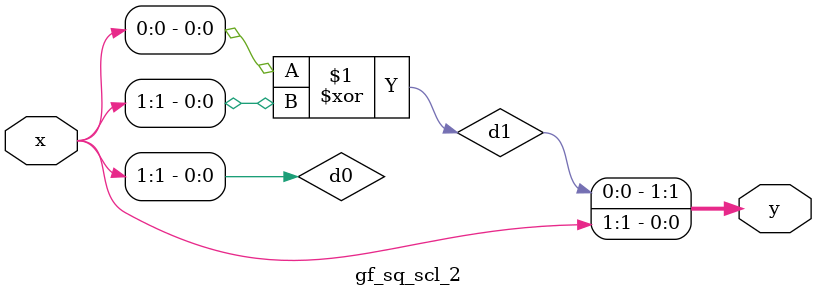
<source format=v>


module gf_sq_scl_2(
        x, 
        y 
    );
    input 			[1 : 0] x;
	output 			[1 : 0] y;
	
	wire d0, d1;
	
	assign d1 = x[0] ^ x[1];
	assign d0 = x[1];
	assign y  = {d1, d0};
endmodule

</source>
